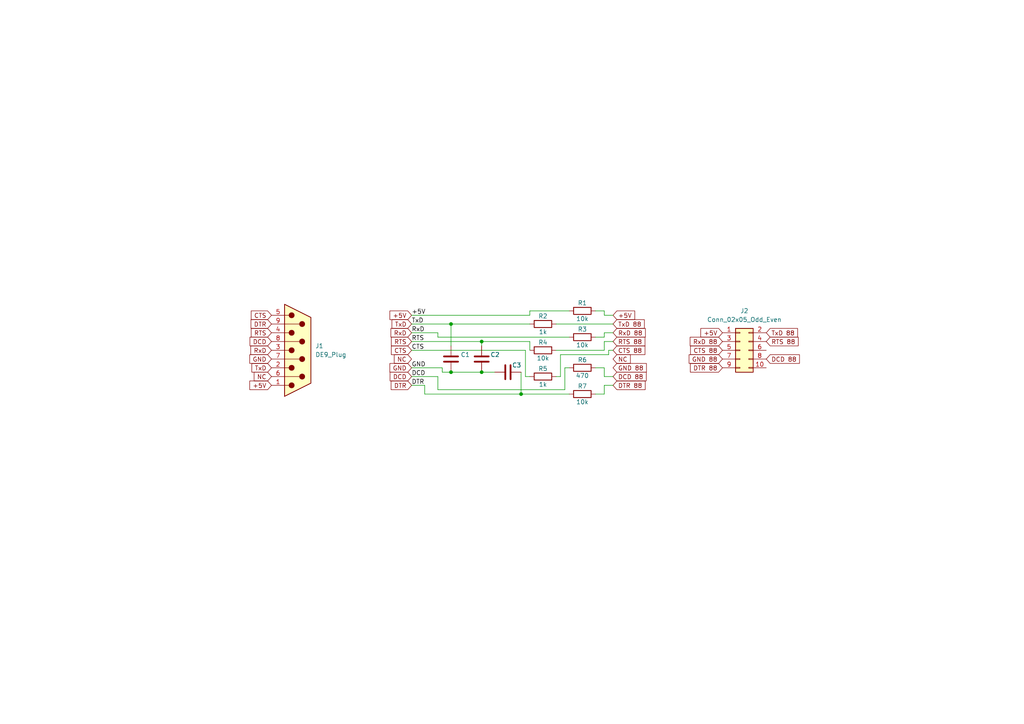
<source format=kicad_sch>
(kicad_sch
	(version 20231120)
	(generator "eeschema")
	(generator_version "8.0")
	(uuid "d3f4428d-f7f2-4d1f-9812-5f0dacc7ea26")
	(paper "A4")
	(lib_symbols
		(symbol "Connector:DE9_Plug"
			(pin_names
				(offset 1.016) hide)
			(exclude_from_sim no)
			(in_bom yes)
			(on_board yes)
			(property "Reference" "J"
				(at 0 13.97 0)
				(effects
					(font
						(size 1.27 1.27)
					)
				)
			)
			(property "Value" "DE9_Plug"
				(at 0 -14.605 0)
				(effects
					(font
						(size 1.27 1.27)
					)
				)
			)
			(property "Footprint" ""
				(at 0 0 0)
				(effects
					(font
						(size 1.27 1.27)
					)
					(hide yes)
				)
			)
			(property "Datasheet" "~"
				(at 0 0 0)
				(effects
					(font
						(size 1.27 1.27)
					)
					(hide yes)
				)
			)
			(property "Description" "9-pin male plug pin D-SUB connector"
				(at 0 0 0)
				(effects
					(font
						(size 1.27 1.27)
					)
					(hide yes)
				)
			)
			(property "ki_keywords" "connector male plug D-SUB DB9"
				(at 0 0 0)
				(effects
					(font
						(size 1.27 1.27)
					)
					(hide yes)
				)
			)
			(property "ki_fp_filters" "DSUB*Male*"
				(at 0 0 0)
				(effects
					(font
						(size 1.27 1.27)
					)
					(hide yes)
				)
			)
			(symbol "DE9_Plug_0_1"
				(circle
					(center -1.778 -10.16)
					(radius 0.762)
					(stroke
						(width 0)
						(type default)
					)
					(fill
						(type outline)
					)
				)
				(circle
					(center -1.778 -5.08)
					(radius 0.762)
					(stroke
						(width 0)
						(type default)
					)
					(fill
						(type outline)
					)
				)
				(circle
					(center -1.778 0)
					(radius 0.762)
					(stroke
						(width 0)
						(type default)
					)
					(fill
						(type outline)
					)
				)
				(circle
					(center -1.778 5.08)
					(radius 0.762)
					(stroke
						(width 0)
						(type default)
					)
					(fill
						(type outline)
					)
				)
				(circle
					(center -1.778 10.16)
					(radius 0.762)
					(stroke
						(width 0)
						(type default)
					)
					(fill
						(type outline)
					)
				)
				(polyline
					(pts
						(xy -3.81 -10.16) (xy -2.54 -10.16)
					)
					(stroke
						(width 0)
						(type default)
					)
					(fill
						(type none)
					)
				)
				(polyline
					(pts
						(xy -3.81 -7.62) (xy 0.508 -7.62)
					)
					(stroke
						(width 0)
						(type default)
					)
					(fill
						(type none)
					)
				)
				(polyline
					(pts
						(xy -3.81 -5.08) (xy -2.54 -5.08)
					)
					(stroke
						(width 0)
						(type default)
					)
					(fill
						(type none)
					)
				)
				(polyline
					(pts
						(xy -3.81 -2.54) (xy 0.508 -2.54)
					)
					(stroke
						(width 0)
						(type default)
					)
					(fill
						(type none)
					)
				)
				(polyline
					(pts
						(xy -3.81 0) (xy -2.54 0)
					)
					(stroke
						(width 0)
						(type default)
					)
					(fill
						(type none)
					)
				)
				(polyline
					(pts
						(xy -3.81 2.54) (xy 0.508 2.54)
					)
					(stroke
						(width 0)
						(type default)
					)
					(fill
						(type none)
					)
				)
				(polyline
					(pts
						(xy -3.81 5.08) (xy -2.54 5.08)
					)
					(stroke
						(width 0)
						(type default)
					)
					(fill
						(type none)
					)
				)
				(polyline
					(pts
						(xy -3.81 7.62) (xy 0.508 7.62)
					)
					(stroke
						(width 0)
						(type default)
					)
					(fill
						(type none)
					)
				)
				(polyline
					(pts
						(xy -3.81 10.16) (xy -2.54 10.16)
					)
					(stroke
						(width 0)
						(type default)
					)
					(fill
						(type none)
					)
				)
				(polyline
					(pts
						(xy -3.81 -13.335) (xy -3.81 13.335) (xy 3.81 9.525) (xy 3.81 -9.525) (xy -3.81 -13.335)
					)
					(stroke
						(width 0.254)
						(type default)
					)
					(fill
						(type background)
					)
				)
				(circle
					(center 1.27 -7.62)
					(radius 0.762)
					(stroke
						(width 0)
						(type default)
					)
					(fill
						(type outline)
					)
				)
				(circle
					(center 1.27 -2.54)
					(radius 0.762)
					(stroke
						(width 0)
						(type default)
					)
					(fill
						(type outline)
					)
				)
				(circle
					(center 1.27 2.54)
					(radius 0.762)
					(stroke
						(width 0)
						(type default)
					)
					(fill
						(type outline)
					)
				)
				(circle
					(center 1.27 7.62)
					(radius 0.762)
					(stroke
						(width 0)
						(type default)
					)
					(fill
						(type outline)
					)
				)
			)
			(symbol "DE9_Plug_1_1"
				(pin passive line
					(at -7.62 -10.16 0)
					(length 3.81)
					(name "1"
						(effects
							(font
								(size 1.27 1.27)
							)
						)
					)
					(number "1"
						(effects
							(font
								(size 1.27 1.27)
							)
						)
					)
				)
				(pin passive line
					(at -7.62 -5.08 0)
					(length 3.81)
					(name "2"
						(effects
							(font
								(size 1.27 1.27)
							)
						)
					)
					(number "2"
						(effects
							(font
								(size 1.27 1.27)
							)
						)
					)
				)
				(pin passive line
					(at -7.62 0 0)
					(length 3.81)
					(name "3"
						(effects
							(font
								(size 1.27 1.27)
							)
						)
					)
					(number "3"
						(effects
							(font
								(size 1.27 1.27)
							)
						)
					)
				)
				(pin passive line
					(at -7.62 5.08 0)
					(length 3.81)
					(name "4"
						(effects
							(font
								(size 1.27 1.27)
							)
						)
					)
					(number "4"
						(effects
							(font
								(size 1.27 1.27)
							)
						)
					)
				)
				(pin passive line
					(at -7.62 10.16 0)
					(length 3.81)
					(name "5"
						(effects
							(font
								(size 1.27 1.27)
							)
						)
					)
					(number "5"
						(effects
							(font
								(size 1.27 1.27)
							)
						)
					)
				)
				(pin passive line
					(at -7.62 -7.62 0)
					(length 3.81)
					(name "6"
						(effects
							(font
								(size 1.27 1.27)
							)
						)
					)
					(number "6"
						(effects
							(font
								(size 1.27 1.27)
							)
						)
					)
				)
				(pin passive line
					(at -7.62 -2.54 0)
					(length 3.81)
					(name "7"
						(effects
							(font
								(size 1.27 1.27)
							)
						)
					)
					(number "7"
						(effects
							(font
								(size 1.27 1.27)
							)
						)
					)
				)
				(pin passive line
					(at -7.62 2.54 0)
					(length 3.81)
					(name "8"
						(effects
							(font
								(size 1.27 1.27)
							)
						)
					)
					(number "8"
						(effects
							(font
								(size 1.27 1.27)
							)
						)
					)
				)
				(pin passive line
					(at -7.62 7.62 0)
					(length 3.81)
					(name "9"
						(effects
							(font
								(size 1.27 1.27)
							)
						)
					)
					(number "9"
						(effects
							(font
								(size 1.27 1.27)
							)
						)
					)
				)
			)
		)
		(symbol "Connector_Generic:Conn_02x05_Odd_Even"
			(pin_names
				(offset 1.016) hide)
			(exclude_from_sim no)
			(in_bom yes)
			(on_board yes)
			(property "Reference" "J"
				(at 1.27 7.62 0)
				(effects
					(font
						(size 1.27 1.27)
					)
				)
			)
			(property "Value" "Conn_02x05_Odd_Even"
				(at 1.27 -7.62 0)
				(effects
					(font
						(size 1.27 1.27)
					)
				)
			)
			(property "Footprint" ""
				(at 0 0 0)
				(effects
					(font
						(size 1.27 1.27)
					)
					(hide yes)
				)
			)
			(property "Datasheet" "~"
				(at 0 0 0)
				(effects
					(font
						(size 1.27 1.27)
					)
					(hide yes)
				)
			)
			(property "Description" "Generic connector, double row, 02x05, odd/even pin numbering scheme (row 1 odd numbers, row 2 even numbers), script generated (kicad-library-utils/schlib/autogen/connector/)"
				(at 0 0 0)
				(effects
					(font
						(size 1.27 1.27)
					)
					(hide yes)
				)
			)
			(property "ki_keywords" "connector"
				(at 0 0 0)
				(effects
					(font
						(size 1.27 1.27)
					)
					(hide yes)
				)
			)
			(property "ki_fp_filters" "Connector*:*_2x??_*"
				(at 0 0 0)
				(effects
					(font
						(size 1.27 1.27)
					)
					(hide yes)
				)
			)
			(symbol "Conn_02x05_Odd_Even_1_1"
				(rectangle
					(start -1.27 -4.953)
					(end 0 -5.207)
					(stroke
						(width 0.1524)
						(type default)
					)
					(fill
						(type none)
					)
				)
				(rectangle
					(start -1.27 -2.413)
					(end 0 -2.667)
					(stroke
						(width 0.1524)
						(type default)
					)
					(fill
						(type none)
					)
				)
				(rectangle
					(start -1.27 0.127)
					(end 0 -0.127)
					(stroke
						(width 0.1524)
						(type default)
					)
					(fill
						(type none)
					)
				)
				(rectangle
					(start -1.27 2.667)
					(end 0 2.413)
					(stroke
						(width 0.1524)
						(type default)
					)
					(fill
						(type none)
					)
				)
				(rectangle
					(start -1.27 5.207)
					(end 0 4.953)
					(stroke
						(width 0.1524)
						(type default)
					)
					(fill
						(type none)
					)
				)
				(rectangle
					(start -1.27 6.35)
					(end 3.81 -6.35)
					(stroke
						(width 0.254)
						(type default)
					)
					(fill
						(type background)
					)
				)
				(rectangle
					(start 3.81 -4.953)
					(end 2.54 -5.207)
					(stroke
						(width 0.1524)
						(type default)
					)
					(fill
						(type none)
					)
				)
				(rectangle
					(start 3.81 -2.413)
					(end 2.54 -2.667)
					(stroke
						(width 0.1524)
						(type default)
					)
					(fill
						(type none)
					)
				)
				(rectangle
					(start 3.81 0.127)
					(end 2.54 -0.127)
					(stroke
						(width 0.1524)
						(type default)
					)
					(fill
						(type none)
					)
				)
				(rectangle
					(start 3.81 2.667)
					(end 2.54 2.413)
					(stroke
						(width 0.1524)
						(type default)
					)
					(fill
						(type none)
					)
				)
				(rectangle
					(start 3.81 5.207)
					(end 2.54 4.953)
					(stroke
						(width 0.1524)
						(type default)
					)
					(fill
						(type none)
					)
				)
				(pin passive line
					(at -5.08 5.08 0)
					(length 3.81)
					(name "Pin_1"
						(effects
							(font
								(size 1.27 1.27)
							)
						)
					)
					(number "1"
						(effects
							(font
								(size 1.27 1.27)
							)
						)
					)
				)
				(pin passive line
					(at 7.62 -5.08 180)
					(length 3.81)
					(name "Pin_10"
						(effects
							(font
								(size 1.27 1.27)
							)
						)
					)
					(number "10"
						(effects
							(font
								(size 1.27 1.27)
							)
						)
					)
				)
				(pin passive line
					(at 7.62 5.08 180)
					(length 3.81)
					(name "Pin_2"
						(effects
							(font
								(size 1.27 1.27)
							)
						)
					)
					(number "2"
						(effects
							(font
								(size 1.27 1.27)
							)
						)
					)
				)
				(pin passive line
					(at -5.08 2.54 0)
					(length 3.81)
					(name "Pin_3"
						(effects
							(font
								(size 1.27 1.27)
							)
						)
					)
					(number "3"
						(effects
							(font
								(size 1.27 1.27)
							)
						)
					)
				)
				(pin passive line
					(at 7.62 2.54 180)
					(length 3.81)
					(name "Pin_4"
						(effects
							(font
								(size 1.27 1.27)
							)
						)
					)
					(number "4"
						(effects
							(font
								(size 1.27 1.27)
							)
						)
					)
				)
				(pin passive line
					(at -5.08 0 0)
					(length 3.81)
					(name "Pin_5"
						(effects
							(font
								(size 1.27 1.27)
							)
						)
					)
					(number "5"
						(effects
							(font
								(size 1.27 1.27)
							)
						)
					)
				)
				(pin passive line
					(at 7.62 0 180)
					(length 3.81)
					(name "Pin_6"
						(effects
							(font
								(size 1.27 1.27)
							)
						)
					)
					(number "6"
						(effects
							(font
								(size 1.27 1.27)
							)
						)
					)
				)
				(pin passive line
					(at -5.08 -2.54 0)
					(length 3.81)
					(name "Pin_7"
						(effects
							(font
								(size 1.27 1.27)
							)
						)
					)
					(number "7"
						(effects
							(font
								(size 1.27 1.27)
							)
						)
					)
				)
				(pin passive line
					(at 7.62 -2.54 180)
					(length 3.81)
					(name "Pin_8"
						(effects
							(font
								(size 1.27 1.27)
							)
						)
					)
					(number "8"
						(effects
							(font
								(size 1.27 1.27)
							)
						)
					)
				)
				(pin passive line
					(at -5.08 -5.08 0)
					(length 3.81)
					(name "Pin_9"
						(effects
							(font
								(size 1.27 1.27)
							)
						)
					)
					(number "9"
						(effects
							(font
								(size 1.27 1.27)
							)
						)
					)
				)
			)
		)
		(symbol "Device:C"
			(pin_numbers hide)
			(pin_names
				(offset 0.254)
			)
			(exclude_from_sim no)
			(in_bom yes)
			(on_board yes)
			(property "Reference" "C"
				(at 0.635 2.54 0)
				(effects
					(font
						(size 1.27 1.27)
					)
					(justify left)
				)
			)
			(property "Value" "C"
				(at 0.635 -2.54 0)
				(effects
					(font
						(size 1.27 1.27)
					)
					(justify left)
				)
			)
			(property "Footprint" ""
				(at 0.9652 -3.81 0)
				(effects
					(font
						(size 1.27 1.27)
					)
					(hide yes)
				)
			)
			(property "Datasheet" "~"
				(at 0 0 0)
				(effects
					(font
						(size 1.27 1.27)
					)
					(hide yes)
				)
			)
			(property "Description" "Unpolarized capacitor"
				(at 0 0 0)
				(effects
					(font
						(size 1.27 1.27)
					)
					(hide yes)
				)
			)
			(property "ki_keywords" "cap capacitor"
				(at 0 0 0)
				(effects
					(font
						(size 1.27 1.27)
					)
					(hide yes)
				)
			)
			(property "ki_fp_filters" "C_*"
				(at 0 0 0)
				(effects
					(font
						(size 1.27 1.27)
					)
					(hide yes)
				)
			)
			(symbol "C_0_1"
				(polyline
					(pts
						(xy -2.032 -0.762) (xy 2.032 -0.762)
					)
					(stroke
						(width 0.508)
						(type default)
					)
					(fill
						(type none)
					)
				)
				(polyline
					(pts
						(xy -2.032 0.762) (xy 2.032 0.762)
					)
					(stroke
						(width 0.508)
						(type default)
					)
					(fill
						(type none)
					)
				)
			)
			(symbol "C_1_1"
				(pin passive line
					(at 0 3.81 270)
					(length 2.794)
					(name "~"
						(effects
							(font
								(size 1.27 1.27)
							)
						)
					)
					(number "1"
						(effects
							(font
								(size 1.27 1.27)
							)
						)
					)
				)
				(pin passive line
					(at 0 -3.81 90)
					(length 2.794)
					(name "~"
						(effects
							(font
								(size 1.27 1.27)
							)
						)
					)
					(number "2"
						(effects
							(font
								(size 1.27 1.27)
							)
						)
					)
				)
			)
		)
		(symbol "Device:R"
			(pin_numbers hide)
			(pin_names
				(offset 0)
			)
			(exclude_from_sim no)
			(in_bom yes)
			(on_board yes)
			(property "Reference" "R"
				(at 2.032 0 90)
				(effects
					(font
						(size 1.27 1.27)
					)
				)
			)
			(property "Value" "R"
				(at 0 0 90)
				(effects
					(font
						(size 1.27 1.27)
					)
				)
			)
			(property "Footprint" ""
				(at -1.778 0 90)
				(effects
					(font
						(size 1.27 1.27)
					)
					(hide yes)
				)
			)
			(property "Datasheet" "~"
				(at 0 0 0)
				(effects
					(font
						(size 1.27 1.27)
					)
					(hide yes)
				)
			)
			(property "Description" "Resistor"
				(at 0 0 0)
				(effects
					(font
						(size 1.27 1.27)
					)
					(hide yes)
				)
			)
			(property "ki_keywords" "R res resistor"
				(at 0 0 0)
				(effects
					(font
						(size 1.27 1.27)
					)
					(hide yes)
				)
			)
			(property "ki_fp_filters" "R_*"
				(at 0 0 0)
				(effects
					(font
						(size 1.27 1.27)
					)
					(hide yes)
				)
			)
			(symbol "R_0_1"
				(rectangle
					(start -1.016 -2.54)
					(end 1.016 2.54)
					(stroke
						(width 0.254)
						(type default)
					)
					(fill
						(type none)
					)
				)
			)
			(symbol "R_1_1"
				(pin passive line
					(at 0 3.81 270)
					(length 1.27)
					(name "~"
						(effects
							(font
								(size 1.27 1.27)
							)
						)
					)
					(number "1"
						(effects
							(font
								(size 1.27 1.27)
							)
						)
					)
				)
				(pin passive line
					(at 0 -3.81 90)
					(length 1.27)
					(name "~"
						(effects
							(font
								(size 1.27 1.27)
							)
						)
					)
					(number "2"
						(effects
							(font
								(size 1.27 1.27)
							)
						)
					)
				)
			)
		)
	)
	(junction
		(at 139.7 107.95)
		(diameter 0)
		(color 0 0 0 0)
		(uuid "7a7b1169-4306-45de-88f6-85afa8d35372")
	)
	(junction
		(at 130.81 107.95)
		(diameter 0)
		(color 0 0 0 0)
		(uuid "920df506-5cc7-4280-8ba5-1b2605afd254")
	)
	(junction
		(at 130.81 93.98)
		(diameter 0)
		(color 0 0 0 0)
		(uuid "c732507b-4fae-46ac-86d4-add5f759ea5a")
	)
	(junction
		(at 139.7 99.06)
		(diameter 0)
		(color 0 0 0 0)
		(uuid "cc6a6792-f75f-4b4a-b628-ae8f696dd0be")
	)
	(junction
		(at 151.13 114.3)
		(diameter 0)
		(color 0 0 0 0)
		(uuid "de86cbbb-3307-41b7-a950-3400c5cb60c9")
	)
	(wire
		(pts
			(xy 175.26 109.22) (xy 177.8 109.22)
		)
		(stroke
			(width 0)
			(type default)
		)
		(uuid "0008a701-3ef5-4d63-a773-6f66211fd341")
	)
	(wire
		(pts
			(xy 130.81 107.95) (xy 139.7 107.95)
		)
		(stroke
			(width 0)
			(type default)
		)
		(uuid "047571b8-0676-4fee-a66f-575de9ebcf58")
	)
	(wire
		(pts
			(xy 130.81 93.98) (xy 130.81 100.33)
		)
		(stroke
			(width 0)
			(type default)
		)
		(uuid "0492fe0c-cd60-4fc9-ac94-3763b45ea997")
	)
	(wire
		(pts
			(xy 130.81 107.95) (xy 128.27 107.95)
		)
		(stroke
			(width 0)
			(type default)
		)
		(uuid "0501d84a-1f0c-488f-83df-b79283ae2644")
	)
	(wire
		(pts
			(xy 119.38 99.06) (xy 139.7 99.06)
		)
		(stroke
			(width 0)
			(type default)
		)
		(uuid "075f9f6c-db19-4a41-a237-58719aee328d")
	)
	(wire
		(pts
			(xy 127 109.22) (xy 119.38 109.22)
		)
		(stroke
			(width 0)
			(type default)
		)
		(uuid "093423a0-f53f-4594-af32-d207642763d1")
	)
	(wire
		(pts
			(xy 175.26 91.44) (xy 177.8 91.44)
		)
		(stroke
			(width 0)
			(type default)
		)
		(uuid "09d4d671-79d7-445b-942d-031c8d0bfdcd")
	)
	(wire
		(pts
			(xy 162.56 109.22) (xy 161.29 109.22)
		)
		(stroke
			(width 0)
			(type default)
		)
		(uuid "0d2947a1-ff17-41a4-b538-80ead413c562")
	)
	(wire
		(pts
			(xy 130.81 93.98) (xy 153.67 93.98)
		)
		(stroke
			(width 0)
			(type default)
		)
		(uuid "0dfa35e6-6d68-4361-9372-b05da4048d49")
	)
	(wire
		(pts
			(xy 127 96.52) (xy 119.38 96.52)
		)
		(stroke
			(width 0)
			(type default)
		)
		(uuid "0ff667ad-e4d5-4251-a100-a24ef02d3e13")
	)
	(wire
		(pts
			(xy 162.56 102.87) (xy 162.56 109.22)
		)
		(stroke
			(width 0)
			(type default)
		)
		(uuid "140d5be8-da1e-4c25-bcfe-14d17b227505")
	)
	(wire
		(pts
			(xy 153.67 99.06) (xy 153.67 101.6)
		)
		(stroke
			(width 0)
			(type default)
		)
		(uuid "145692cf-f5f7-4d5e-8cd2-11de30735227")
	)
	(wire
		(pts
			(xy 139.7 107.95) (xy 143.51 107.95)
		)
		(stroke
			(width 0)
			(type default)
		)
		(uuid "18c9d6a9-f637-4ee8-8217-c02451b8f201")
	)
	(wire
		(pts
			(xy 139.7 99.06) (xy 139.7 100.33)
		)
		(stroke
			(width 0)
			(type default)
		)
		(uuid "19561330-d910-45a1-9663-d9c02af13a4b")
	)
	(wire
		(pts
			(xy 175.26 96.52) (xy 177.8 96.52)
		)
		(stroke
			(width 0)
			(type default)
		)
		(uuid "1d3ce319-1bd6-4638-9012-b537bbb87868")
	)
	(wire
		(pts
			(xy 153.67 91.44) (xy 119.38 91.44)
		)
		(stroke
			(width 0)
			(type default)
		)
		(uuid "26f402d3-0cb1-46b0-b1d8-38bd2af17d9d")
	)
	(wire
		(pts
			(xy 176.53 102.87) (xy 176.53 101.6)
		)
		(stroke
			(width 0)
			(type default)
		)
		(uuid "31974947-6c34-4f04-aa20-65804c7d2d73")
	)
	(wire
		(pts
			(xy 128.27 107.95) (xy 128.27 106.68)
		)
		(stroke
			(width 0)
			(type default)
		)
		(uuid "345a3294-036c-4d6f-915b-a40c6caacd6f")
	)
	(wire
		(pts
			(xy 172.72 97.79) (xy 175.26 97.79)
		)
		(stroke
			(width 0)
			(type default)
		)
		(uuid "3a7e08a9-92b9-421a-8803-4ee3a55f79f7")
	)
	(wire
		(pts
			(xy 139.7 99.06) (xy 153.67 99.06)
		)
		(stroke
			(width 0)
			(type default)
		)
		(uuid "3c3af220-ed84-4c9f-a8c8-2853703fa6a1")
	)
	(wire
		(pts
			(xy 175.26 114.3) (xy 175.26 111.76)
		)
		(stroke
			(width 0)
			(type default)
		)
		(uuid "3cc23e4e-525f-4a11-9642-f69dd6b1ce7b")
	)
	(wire
		(pts
			(xy 119.38 93.98) (xy 130.81 93.98)
		)
		(stroke
			(width 0)
			(type default)
		)
		(uuid "3d37cc38-27af-4956-83d6-306a62153664")
	)
	(wire
		(pts
			(xy 153.67 90.17) (xy 165.1 90.17)
		)
		(stroke
			(width 0)
			(type default)
		)
		(uuid "510cb66c-837b-43c7-85f3-50a36cd6d5ca")
	)
	(wire
		(pts
			(xy 172.72 106.68) (xy 175.26 106.68)
		)
		(stroke
			(width 0)
			(type default)
		)
		(uuid "5283e442-e4f6-4c3c-96d3-643341b9a112")
	)
	(wire
		(pts
			(xy 163.83 113.03) (xy 127 113.03)
		)
		(stroke
			(width 0)
			(type default)
		)
		(uuid "5520d54d-bd2d-4c53-9c61-96f73b14ebbf")
	)
	(wire
		(pts
			(xy 127 113.03) (xy 127 109.22)
		)
		(stroke
			(width 0)
			(type default)
		)
		(uuid "611540db-be55-4d62-83e6-bbfd4e1ead79")
	)
	(wire
		(pts
			(xy 127 97.79) (xy 127 96.52)
		)
		(stroke
			(width 0)
			(type default)
		)
		(uuid "690e7552-52ba-43c9-81b6-3a9ff2345251")
	)
	(wire
		(pts
			(xy 161.29 93.98) (xy 177.8 93.98)
		)
		(stroke
			(width 0)
			(type default)
		)
		(uuid "7bfad625-0840-495d-8144-51637e78bb6e")
	)
	(wire
		(pts
			(xy 175.26 99.06) (xy 177.8 99.06)
		)
		(stroke
			(width 0)
			(type default)
		)
		(uuid "7d99e035-dacc-4b0f-8ad5-632f9e569e19")
	)
	(wire
		(pts
			(xy 151.13 114.3) (xy 165.1 114.3)
		)
		(stroke
			(width 0)
			(type default)
		)
		(uuid "7f2ae6ce-c7b7-4592-9720-d7fde2ef7867")
	)
	(wire
		(pts
			(xy 163.83 106.68) (xy 163.83 113.03)
		)
		(stroke
			(width 0)
			(type default)
		)
		(uuid "7f394d7b-3fc1-409b-984e-62f3525fd473")
	)
	(wire
		(pts
			(xy 175.26 101.6) (xy 175.26 99.06)
		)
		(stroke
			(width 0)
			(type default)
		)
		(uuid "829d1cc2-60f1-4611-bf8e-f808bb4c9705")
	)
	(wire
		(pts
			(xy 151.13 107.95) (xy 151.13 114.3)
		)
		(stroke
			(width 0)
			(type default)
		)
		(uuid "8307780c-0a17-409f-a2e4-db1fb88f50dc")
	)
	(wire
		(pts
			(xy 176.53 101.6) (xy 177.8 101.6)
		)
		(stroke
			(width 0)
			(type default)
		)
		(uuid "85bfbed9-a96e-4564-b52e-610ded58ce99")
	)
	(wire
		(pts
			(xy 127 97.79) (xy 165.1 97.79)
		)
		(stroke
			(width 0)
			(type default)
		)
		(uuid "86e09f92-5ae0-42b3-92c8-17eead6243d5")
	)
	(wire
		(pts
			(xy 152.4 109.22) (xy 153.67 109.22)
		)
		(stroke
			(width 0)
			(type default)
		)
		(uuid "8aff538b-fa43-4e8a-bff4-61d54f68d9b4")
	)
	(wire
		(pts
			(xy 128.27 106.68) (xy 119.38 106.68)
		)
		(stroke
			(width 0)
			(type default)
		)
		(uuid "8e987706-10ee-4ca8-a639-e51dcdcec1eb")
	)
	(wire
		(pts
			(xy 163.83 106.68) (xy 165.1 106.68)
		)
		(stroke
			(width 0)
			(type default)
		)
		(uuid "8f5a4751-beda-4a9c-919a-3e39cee68904")
	)
	(wire
		(pts
			(xy 123.19 114.3) (xy 151.13 114.3)
		)
		(stroke
			(width 0)
			(type default)
		)
		(uuid "90b199f5-ec19-4af2-b6f3-2e8900c34021")
	)
	(wire
		(pts
			(xy 123.19 114.3) (xy 123.19 111.76)
		)
		(stroke
			(width 0)
			(type default)
		)
		(uuid "98f692b9-48ea-477c-b0b6-434500026369")
	)
	(wire
		(pts
			(xy 175.26 97.79) (xy 175.26 96.52)
		)
		(stroke
			(width 0)
			(type default)
		)
		(uuid "a00083ef-c816-4457-a1bb-46c18ecaba03")
	)
	(wire
		(pts
			(xy 119.38 101.6) (xy 152.4 101.6)
		)
		(stroke
			(width 0)
			(type default)
		)
		(uuid "a53e5e6c-2ea4-4b0f-a167-76278099b54a")
	)
	(wire
		(pts
			(xy 153.67 91.44) (xy 153.67 90.17)
		)
		(stroke
			(width 0)
			(type default)
		)
		(uuid "b5135715-3084-46fc-933b-554bd09a8420")
	)
	(wire
		(pts
			(xy 175.26 111.76) (xy 177.8 111.76)
		)
		(stroke
			(width 0)
			(type default)
		)
		(uuid "b8376464-e9b7-4f56-8e13-1def2055309d")
	)
	(wire
		(pts
			(xy 172.72 90.17) (xy 175.26 90.17)
		)
		(stroke
			(width 0)
			(type default)
		)
		(uuid "bac37a97-f9ad-4d27-acca-5306a0a5bf43")
	)
	(wire
		(pts
			(xy 162.56 102.87) (xy 176.53 102.87)
		)
		(stroke
			(width 0)
			(type default)
		)
		(uuid "bb6ab4c1-5e73-4b6c-84dc-f98abef5ea1c")
	)
	(wire
		(pts
			(xy 123.19 111.76) (xy 119.38 111.76)
		)
		(stroke
			(width 0)
			(type default)
		)
		(uuid "c1bb7881-85a0-49e4-a38a-95f8a30960c7")
	)
	(wire
		(pts
			(xy 175.26 106.68) (xy 175.26 109.22)
		)
		(stroke
			(width 0)
			(type default)
		)
		(uuid "d1606708-302a-4519-9df0-1bf254192f43")
	)
	(wire
		(pts
			(xy 175.26 90.17) (xy 175.26 91.44)
		)
		(stroke
			(width 0)
			(type default)
		)
		(uuid "d30ffcec-bc3a-4e07-82a5-329ce69b24fa")
	)
	(wire
		(pts
			(xy 175.26 101.6) (xy 161.29 101.6)
		)
		(stroke
			(width 0)
			(type default)
		)
		(uuid "da53124b-212f-47b3-961f-5ccd0bab75da")
	)
	(wire
		(pts
			(xy 152.4 101.6) (xy 152.4 109.22)
		)
		(stroke
			(width 0)
			(type default)
		)
		(uuid "e5dab053-b63a-44ce-8c4d-dd5fb8a983ff")
	)
	(wire
		(pts
			(xy 172.72 114.3) (xy 175.26 114.3)
		)
		(stroke
			(width 0)
			(type default)
		)
		(uuid "ecd52fce-0fbb-4da4-87b9-379e0ca1de03")
	)
	(label "RxD"
		(at 119.38 96.52 0)
		(fields_autoplaced yes)
		(effects
			(font
				(size 1.27 1.27)
			)
			(justify left bottom)
		)
		(uuid "18100641-0616-4aea-8d87-02a99ab8a853")
	)
	(label "DTR"
		(at 119.38 111.76 0)
		(fields_autoplaced yes)
		(effects
			(font
				(size 1.27 1.27)
			)
			(justify left bottom)
		)
		(uuid "374a13c4-f251-4633-ae8c-4023723e47b1")
	)
	(label "GND"
		(at 119.38 106.68 0)
		(fields_autoplaced yes)
		(effects
			(font
				(size 1.27 1.27)
			)
			(justify left bottom)
		)
		(uuid "9695d76c-51b8-4f83-8559-c34cebdf8d8e")
	)
	(label "DCD"
		(at 119.38 109.22 0)
		(fields_autoplaced yes)
		(effects
			(font
				(size 1.27 1.27)
			)
			(justify left bottom)
		)
		(uuid "9d14ae1f-5e55-4ce3-854b-80dd257b18af")
	)
	(label "CTS"
		(at 119.38 101.6 0)
		(fields_autoplaced yes)
		(effects
			(font
				(size 1.27 1.27)
			)
			(justify left bottom)
		)
		(uuid "a8d36ba3-0fe4-46be-9a19-b04e4a9e3d6c")
	)
	(label "TxD"
		(at 119.38 93.98 0)
		(fields_autoplaced yes)
		(effects
			(font
				(size 1.27 1.27)
			)
			(justify left bottom)
		)
		(uuid "b6b7ba29-12c4-457d-98f1-42d7c82bc065")
	)
	(label "RTS"
		(at 119.38 99.06 0)
		(fields_autoplaced yes)
		(effects
			(font
				(size 1.27 1.27)
			)
			(justify left bottom)
		)
		(uuid "c3e20027-1fc8-432e-91e9-d39ba1e8ecec")
	)
	(label "+5V"
		(at 119.38 91.44 0)
		(fields_autoplaced yes)
		(effects
			(font
				(size 1.27 1.27)
			)
			(justify left bottom)
		)
		(uuid "fba3d9f6-f1ad-4cc4-900a-156c43f09a60")
	)
	(global_label "GND 88"
		(shape input)
		(at 177.8 106.68 0)
		(fields_autoplaced yes)
		(effects
			(font
				(size 1.27 1.27)
			)
			(justify left)
		)
		(uuid "18d35057-d89f-4e8a-a8a3-3abbaff922de")
		(property "Intersheetrefs" "${INTERSHEET_REFS}"
			(at 188.0423 106.68 0)
			(effects
				(font
					(size 1.27 1.27)
				)
				(justify left)
				(hide yes)
			)
		)
	)
	(global_label "+5V"
		(shape input)
		(at 177.8 91.44 0)
		(fields_autoplaced yes)
		(effects
			(font
				(size 1.27 1.27)
			)
			(justify left)
		)
		(uuid "1aa889ec-2ef5-4000-9755-bc9622433f45")
		(property "Intersheetrefs" "${INTERSHEET_REFS}"
			(at 184.6557 91.44 0)
			(effects
				(font
					(size 1.27 1.27)
				)
				(justify left)
				(hide yes)
			)
		)
	)
	(global_label "NC"
		(shape input)
		(at 78.74 109.22 180)
		(fields_autoplaced yes)
		(effects
			(font
				(size 1.27 1.27)
			)
			(justify right)
		)
		(uuid "1f496f12-36cb-45b5-87d4-2dcc838beb57")
		(property "Intersheetrefs" "${INTERSHEET_REFS}"
			(at 73.1543 109.22 0)
			(effects
				(font
					(size 1.27 1.27)
				)
				(justify right)
				(hide yes)
			)
		)
	)
	(global_label "RxD"
		(shape input)
		(at 119.38 96.52 180)
		(fields_autoplaced yes)
		(effects
			(font
				(size 1.27 1.27)
			)
			(justify right)
		)
		(uuid "1f630353-e42b-4d21-9a64-5d26e47a2b98")
		(property "Intersheetrefs" "${INTERSHEET_REFS}"
			(at 112.8267 96.52 0)
			(effects
				(font
					(size 1.27 1.27)
				)
				(justify right)
				(hide yes)
			)
		)
	)
	(global_label "RTS 88"
		(shape input)
		(at 222.25 99.06 0)
		(fields_autoplaced yes)
		(effects
			(font
				(size 1.27 1.27)
			)
			(justify left)
		)
		(uuid "2440865e-7f70-4d10-9ab7-04bde9504f9e")
		(property "Intersheetrefs" "${INTERSHEET_REFS}"
			(at 232.0689 99.06 0)
			(effects
				(font
					(size 1.27 1.27)
				)
				(justify left)
				(hide yes)
			)
		)
	)
	(global_label "TxD"
		(shape input)
		(at 119.38 93.98 180)
		(fields_autoplaced yes)
		(effects
			(font
				(size 1.27 1.27)
			)
			(justify right)
		)
		(uuid "321dbc2e-d624-4ad9-a5a5-120a80fee21d")
		(property "Intersheetrefs" "${INTERSHEET_REFS}"
			(at 113.1291 93.98 0)
			(effects
				(font
					(size 1.27 1.27)
				)
				(justify right)
				(hide yes)
			)
		)
	)
	(global_label "TxD 88"
		(shape input)
		(at 222.25 96.52 0)
		(fields_autoplaced yes)
		(effects
			(font
				(size 1.27 1.27)
			)
			(justify left)
		)
		(uuid "34593d47-b3ae-4f8f-9c39-8726e20c3d62")
		(property "Intersheetrefs" "${INTERSHEET_REFS}"
			(at 231.8875 96.52 0)
			(effects
				(font
					(size 1.27 1.27)
				)
				(justify left)
				(hide yes)
			)
		)
	)
	(global_label "NC"
		(shape input)
		(at 177.8 104.14 0)
		(fields_autoplaced yes)
		(effects
			(font
				(size 1.27 1.27)
			)
			(justify left)
		)
		(uuid "35f972d1-e150-4c9c-a231-18be7c1bfde9")
		(property "Intersheetrefs" "${INTERSHEET_REFS}"
			(at 183.3857 104.14 0)
			(effects
				(font
					(size 1.27 1.27)
				)
				(justify left)
				(hide yes)
			)
		)
	)
	(global_label "RxD"
		(shape input)
		(at 78.74 101.6 180)
		(fields_autoplaced yes)
		(effects
			(font
				(size 1.27 1.27)
			)
			(justify right)
		)
		(uuid "3fde3b6d-64d4-4ebe-a50e-58c1c5272083")
		(property "Intersheetrefs" "${INTERSHEET_REFS}"
			(at 72.1867 101.6 0)
			(effects
				(font
					(size 1.27 1.27)
				)
				(justify right)
				(hide yes)
			)
		)
	)
	(global_label "RTS"
		(shape input)
		(at 78.74 96.52 180)
		(fields_autoplaced yes)
		(effects
			(font
				(size 1.27 1.27)
			)
			(justify right)
		)
		(uuid "46cc98ae-f67b-4350-bd30-2cd0c63963f9")
		(property "Intersheetrefs" "${INTERSHEET_REFS}"
			(at 72.3077 96.52 0)
			(effects
				(font
					(size 1.27 1.27)
				)
				(justify right)
				(hide yes)
			)
		)
	)
	(global_label "DCD 88"
		(shape input)
		(at 177.8 109.22 0)
		(fields_autoplaced yes)
		(effects
			(font
				(size 1.27 1.27)
			)
			(justify left)
		)
		(uuid "512367fc-fb73-4ee2-b1a5-7d8b8bea30f6")
		(property "Intersheetrefs" "${INTERSHEET_REFS}"
			(at 187.9818 109.22 0)
			(effects
				(font
					(size 1.27 1.27)
				)
				(justify left)
				(hide yes)
			)
		)
	)
	(global_label "+5V"
		(shape input)
		(at 78.74 111.76 180)
		(fields_autoplaced yes)
		(effects
			(font
				(size 1.27 1.27)
			)
			(justify right)
		)
		(uuid "5173e03f-eb1f-4776-b9fe-3284a8946fb5")
		(property "Intersheetrefs" "${INTERSHEET_REFS}"
			(at 71.8843 111.76 0)
			(effects
				(font
					(size 1.27 1.27)
				)
				(justify right)
				(hide yes)
			)
		)
	)
	(global_label "GND"
		(shape input)
		(at 78.74 104.14 180)
		(fields_autoplaced yes)
		(effects
			(font
				(size 1.27 1.27)
			)
			(justify right)
		)
		(uuid "5459ea06-1bab-4cec-9298-537ec4147444")
		(property "Intersheetrefs" "${INTERSHEET_REFS}"
			(at 71.8843 104.14 0)
			(effects
				(font
					(size 1.27 1.27)
				)
				(justify right)
				(hide yes)
			)
		)
	)
	(global_label "GND"
		(shape input)
		(at 119.38 106.68 180)
		(fields_autoplaced yes)
		(effects
			(font
				(size 1.27 1.27)
			)
			(justify right)
		)
		(uuid "5e9257e9-64e2-4801-8213-d464acce46ca")
		(property "Intersheetrefs" "${INTERSHEET_REFS}"
			(at 112.5243 106.68 0)
			(effects
				(font
					(size 1.27 1.27)
				)
				(justify right)
				(hide yes)
			)
		)
	)
	(global_label "+5V"
		(shape input)
		(at 209.55 96.52 180)
		(fields_autoplaced yes)
		(effects
			(font
				(size 1.27 1.27)
			)
			(justify right)
		)
		(uuid "5f26d2ba-dd13-4cb0-a9ed-a3f4818a2969")
		(property "Intersheetrefs" "${INTERSHEET_REFS}"
			(at 202.6943 96.52 0)
			(effects
				(font
					(size 1.27 1.27)
				)
				(justify right)
				(hide yes)
			)
		)
	)
	(global_label "RTS 88"
		(shape input)
		(at 177.8 99.06 0)
		(fields_autoplaced yes)
		(effects
			(font
				(size 1.27 1.27)
			)
			(justify left)
		)
		(uuid "63243a2e-0e50-4fe7-a8b6-1e78a3b5a95a")
		(property "Intersheetrefs" "${INTERSHEET_REFS}"
			(at 187.6189 99.06 0)
			(effects
				(font
					(size 1.27 1.27)
				)
				(justify left)
				(hide yes)
			)
		)
	)
	(global_label "TxD 88"
		(shape input)
		(at 177.8 93.98 0)
		(fields_autoplaced yes)
		(effects
			(font
				(size 1.27 1.27)
			)
			(justify left)
		)
		(uuid "65924512-cb40-4468-966c-6b8383d484f2")
		(property "Intersheetrefs" "${INTERSHEET_REFS}"
			(at 187.4375 93.98 0)
			(effects
				(font
					(size 1.27 1.27)
				)
				(justify left)
				(hide yes)
			)
		)
	)
	(global_label "DCD"
		(shape input)
		(at 78.74 99.06 180)
		(fields_autoplaced yes)
		(effects
			(font
				(size 1.27 1.27)
			)
			(justify right)
		)
		(uuid "6ba5d3db-8973-4e1a-ac7d-06d1147b8689")
		(property "Intersheetrefs" "${INTERSHEET_REFS}"
			(at 71.9448 99.06 0)
			(effects
				(font
					(size 1.27 1.27)
				)
				(justify right)
				(hide yes)
			)
		)
	)
	(global_label "DTR"
		(shape input)
		(at 78.74 93.98 180)
		(fields_autoplaced yes)
		(effects
			(font
				(size 1.27 1.27)
			)
			(justify right)
		)
		(uuid "717fba3d-3f99-44f3-a898-5cf869650ffe")
		(property "Intersheetrefs" "${INTERSHEET_REFS}"
			(at 72.2472 93.98 0)
			(effects
				(font
					(size 1.27 1.27)
				)
				(justify right)
				(hide yes)
			)
		)
	)
	(global_label "+5V"
		(shape input)
		(at 119.38 91.44 180)
		(fields_autoplaced yes)
		(effects
			(font
				(size 1.27 1.27)
			)
			(justify right)
		)
		(uuid "791db883-d38a-4660-97bc-bca3a2ca7711")
		(property "Intersheetrefs" "${INTERSHEET_REFS}"
			(at 112.5243 91.44 0)
			(effects
				(font
					(size 1.27 1.27)
				)
				(justify right)
				(hide yes)
			)
		)
	)
	(global_label "GND 88"
		(shape input)
		(at 209.55 104.14 180)
		(fields_autoplaced yes)
		(effects
			(font
				(size 1.27 1.27)
			)
			(justify right)
		)
		(uuid "928f35d3-9cf2-4f18-b181-00cba49ea566")
		(property "Intersheetrefs" "${INTERSHEET_REFS}"
			(at 199.3077 104.14 0)
			(effects
				(font
					(size 1.27 1.27)
				)
				(justify right)
				(hide yes)
			)
		)
	)
	(global_label "DCD 88"
		(shape input)
		(at 222.25 104.14 0)
		(fields_autoplaced yes)
		(effects
			(font
				(size 1.27 1.27)
			)
			(justify left)
		)
		(uuid "93ab60b1-729e-4c33-bac4-bf4aff97aef7")
		(property "Intersheetrefs" "${INTERSHEET_REFS}"
			(at 232.4318 104.14 0)
			(effects
				(font
					(size 1.27 1.27)
				)
				(justify left)
				(hide yes)
			)
		)
	)
	(global_label "DCD"
		(shape input)
		(at 119.38 109.22 180)
		(fields_autoplaced yes)
		(effects
			(font
				(size 1.27 1.27)
			)
			(justify right)
		)
		(uuid "a78f7a94-8e9a-48d9-a561-70173a645b09")
		(property "Intersheetrefs" "${INTERSHEET_REFS}"
			(at 112.5848 109.22 0)
			(effects
				(font
					(size 1.27 1.27)
				)
				(justify right)
				(hide yes)
			)
		)
	)
	(global_label "RTS"
		(shape input)
		(at 119.38 99.06 180)
		(fields_autoplaced yes)
		(effects
			(font
				(size 1.27 1.27)
			)
			(justify right)
		)
		(uuid "aa7dd689-6897-43c5-a232-f41b51daa1f8")
		(property "Intersheetrefs" "${INTERSHEET_REFS}"
			(at 112.9477 99.06 0)
			(effects
				(font
					(size 1.27 1.27)
				)
				(justify right)
				(hide yes)
			)
		)
	)
	(global_label "DTR 88"
		(shape input)
		(at 177.8 111.76 0)
		(fields_autoplaced yes)
		(effects
			(font
				(size 1.27 1.27)
			)
			(justify left)
		)
		(uuid "b57fc563-5ebe-4064-9b86-bb6dfeff6978")
		(property "Intersheetrefs" "${INTERSHEET_REFS}"
			(at 187.6794 111.76 0)
			(effects
				(font
					(size 1.27 1.27)
				)
				(justify left)
				(hide yes)
			)
		)
	)
	(global_label "CTS"
		(shape input)
		(at 119.38 101.6 180)
		(fields_autoplaced yes)
		(effects
			(font
				(size 1.27 1.27)
			)
			(justify right)
		)
		(uuid "bf96146d-c710-4dbe-992d-d37bbe85fa7a")
		(property "Intersheetrefs" "${INTERSHEET_REFS}"
			(at 112.9477 101.6 0)
			(effects
				(font
					(size 1.27 1.27)
				)
				(justify right)
				(hide yes)
			)
		)
	)
	(global_label "CTS 88"
		(shape input)
		(at 177.8 101.6 0)
		(fields_autoplaced yes)
		(effects
			(font
				(size 1.27 1.27)
			)
			(justify left)
		)
		(uuid "c77c3681-8970-41b3-8bcb-abaabb97daa0")
		(property "Intersheetrefs" "${INTERSHEET_REFS}"
			(at 187.6189 101.6 0)
			(effects
				(font
					(size 1.27 1.27)
				)
				(justify left)
				(hide yes)
			)
		)
	)
	(global_label "RxD 88"
		(shape input)
		(at 209.55 99.06 180)
		(fields_autoplaced yes)
		(effects
			(font
				(size 1.27 1.27)
			)
			(justify right)
		)
		(uuid "ca137769-e0ee-4fe5-91d0-67419e419441")
		(property "Intersheetrefs" "${INTERSHEET_REFS}"
			(at 199.6101 99.06 0)
			(effects
				(font
					(size 1.27 1.27)
				)
				(justify right)
				(hide yes)
			)
		)
	)
	(global_label "DTR"
		(shape input)
		(at 119.38 111.76 180)
		(fields_autoplaced yes)
		(effects
			(font
				(size 1.27 1.27)
			)
			(justify right)
		)
		(uuid "e1eb3f12-d613-43d5-b595-f8540ee82b5e")
		(property "Intersheetrefs" "${INTERSHEET_REFS}"
			(at 112.8872 111.76 0)
			(effects
				(font
					(size 1.27 1.27)
				)
				(justify right)
				(hide yes)
			)
		)
	)
	(global_label "CTS 88"
		(shape input)
		(at 209.55 101.6 180)
		(fields_autoplaced yes)
		(effects
			(font
				(size 1.27 1.27)
			)
			(justify right)
		)
		(uuid "ee66223f-ed31-4316-b00c-ac9a48be630f")
		(property "Intersheetrefs" "${INTERSHEET_REFS}"
			(at 199.7311 101.6 0)
			(effects
				(font
					(size 1.27 1.27)
				)
				(justify right)
				(hide yes)
			)
		)
	)
	(global_label "TxD"
		(shape input)
		(at 78.74 106.68 180)
		(fields_autoplaced yes)
		(effects
			(font
				(size 1.27 1.27)
			)
			(justify right)
		)
		(uuid "ee7159f5-3f1f-419f-893f-e9577b5711f2")
		(property "Intersheetrefs" "${INTERSHEET_REFS}"
			(at 72.4891 106.68 0)
			(effects
				(font
					(size 1.27 1.27)
				)
				(justify right)
				(hide yes)
			)
		)
	)
	(global_label "NC"
		(shape input)
		(at 119.38 104.14 180)
		(fields_autoplaced yes)
		(effects
			(font
				(size 1.27 1.27)
			)
			(justify right)
		)
		(uuid "f473591d-fad6-457e-9632-196717cfa0eb")
		(property "Intersheetrefs" "${INTERSHEET_REFS}"
			(at 113.7943 104.14 0)
			(effects
				(font
					(size 1.27 1.27)
				)
				(justify right)
				(hide yes)
			)
		)
	)
	(global_label "DTR 88"
		(shape input)
		(at 209.55 106.68 180)
		(fields_autoplaced yes)
		(effects
			(font
				(size 1.27 1.27)
			)
			(justify right)
		)
		(uuid "f5068176-01d0-4305-9592-f70a65685066")
		(property "Intersheetrefs" "${INTERSHEET_REFS}"
			(at 199.6706 106.68 0)
			(effects
				(font
					(size 1.27 1.27)
				)
				(justify right)
				(hide yes)
			)
		)
	)
	(global_label "RxD 88"
		(shape input)
		(at 177.8 96.52 0)
		(fields_autoplaced yes)
		(effects
			(font
				(size 1.27 1.27)
			)
			(justify left)
		)
		(uuid "f8934be7-bfda-46d2-8f57-d9aa293766c4")
		(property "Intersheetrefs" "${INTERSHEET_REFS}"
			(at 187.7399 96.52 0)
			(effects
				(font
					(size 1.27 1.27)
				)
				(justify left)
				(hide yes)
			)
		)
	)
	(global_label "CTS"
		(shape input)
		(at 78.74 91.44 180)
		(fields_autoplaced yes)
		(effects
			(font
				(size 1.27 1.27)
			)
			(justify right)
		)
		(uuid "f98e04be-6c0e-43e5-966f-eb0ad8840184")
		(property "Intersheetrefs" "${INTERSHEET_REFS}"
			(at 72.3077 91.44 0)
			(effects
				(font
					(size 1.27 1.27)
				)
				(justify right)
				(hide yes)
			)
		)
	)
	(symbol
		(lib_id "Device:C")
		(at 139.7 104.14 0)
		(unit 1)
		(exclude_from_sim no)
		(in_bom yes)
		(on_board yes)
		(dnp no)
		(uuid "213b55ae-a22b-43ae-a67a-470dfe0be644")
		(property "Reference" "C2"
			(at 142.24 102.87 0)
			(effects
				(font
					(size 1.27 1.27)
				)
				(justify left)
			)
		)
		(property "Value" "C"
			(at 143.51 105.4099 0)
			(effects
				(font
					(size 1.27 1.27)
				)
				(justify left)
				(hide yes)
			)
		)
		(property "Footprint" "Capacitor_SMD:C_0603_1608Metric_Pad1.08x0.95mm_HandSolder"
			(at 140.6652 107.95 0)
			(effects
				(font
					(size 1.27 1.27)
				)
				(hide yes)
			)
		)
		(property "Datasheet" "~"
			(at 139.7 104.14 0)
			(effects
				(font
					(size 1.27 1.27)
				)
				(hide yes)
			)
		)
		(property "Description" "Unpolarized capacitor"
			(at 139.7 104.14 0)
			(effects
				(font
					(size 1.27 1.27)
				)
				(hide yes)
			)
		)
		(pin "1"
			(uuid "537fef40-c6c3-42ad-9997-b2b9e02574e9")
		)
		(pin "2"
			(uuid "53fb6ebf-7adf-452f-ab8c-d8e5f48ce646")
		)
		(instances
			(project ""
				(path "/d3f4428d-f7f2-4d1f-9812-5f0dacc7ea26"
					(reference "C2")
					(unit 1)
				)
			)
		)
	)
	(symbol
		(lib_id "Device:R")
		(at 157.48 93.98 90)
		(unit 1)
		(exclude_from_sim no)
		(in_bom yes)
		(on_board yes)
		(dnp no)
		(uuid "312c57d6-66de-436d-a0e2-9c4b0f3571f0")
		(property "Reference" "R2"
			(at 157.48 91.694 90)
			(effects
				(font
					(size 1.27 1.27)
				)
			)
		)
		(property "Value" "1k"
			(at 157.48 96.266 90)
			(effects
				(font
					(size 1.27 1.27)
				)
			)
		)
		(property "Footprint" "Resistor_SMD:R_0603_1608Metric_Pad0.98x0.95mm_HandSolder"
			(at 157.48 95.758 90)
			(effects
				(font
					(size 1.27 1.27)
				)
				(hide yes)
			)
		)
		(property "Datasheet" "~"
			(at 157.48 93.98 0)
			(effects
				(font
					(size 1.27 1.27)
				)
				(hide yes)
			)
		)
		(property "Description" "Resistor"
			(at 157.48 93.98 0)
			(effects
				(font
					(size 1.27 1.27)
				)
				(hide yes)
			)
		)
		(pin "2"
			(uuid "58b6db50-fd93-42a7-98d9-9d8d59466ff9")
		)
		(pin "1"
			(uuid "6a1f0142-d668-4f47-8437-079511b2ca28")
		)
		(instances
			(project "Z88 DE-9 board"
				(path "/d3f4428d-f7f2-4d1f-9812-5f0dacc7ea26"
					(reference "R2")
					(unit 1)
				)
			)
		)
	)
	(symbol
		(lib_id "Device:R")
		(at 168.91 97.79 90)
		(unit 1)
		(exclude_from_sim no)
		(in_bom yes)
		(on_board yes)
		(dnp no)
		(uuid "3e10e029-64cc-4b81-a398-196bfa260b8c")
		(property "Reference" "R3"
			(at 168.91 95.504 90)
			(effects
				(font
					(size 1.27 1.27)
				)
			)
		)
		(property "Value" "10k"
			(at 168.91 100.076 90)
			(effects
				(font
					(size 1.27 1.27)
				)
			)
		)
		(property "Footprint" "Resistor_SMD:R_0603_1608Metric_Pad0.98x0.95mm_HandSolder"
			(at 168.91 99.568 90)
			(effects
				(font
					(size 1.27 1.27)
				)
				(hide yes)
			)
		)
		(property "Datasheet" "~"
			(at 168.91 97.79 0)
			(effects
				(font
					(size 1.27 1.27)
				)
				(hide yes)
			)
		)
		(property "Description" "Resistor"
			(at 168.91 97.79 0)
			(effects
				(font
					(size 1.27 1.27)
				)
				(hide yes)
			)
		)
		(pin "2"
			(uuid "911533c2-d314-41e0-8403-c6fe81aad95d")
		)
		(pin "1"
			(uuid "f0f5c0cf-4e9e-488e-ae73-5214aebf3206")
		)
		(instances
			(project "Z88 DE-9 board"
				(path "/d3f4428d-f7f2-4d1f-9812-5f0dacc7ea26"
					(reference "R3")
					(unit 1)
				)
			)
		)
	)
	(symbol
		(lib_id "Device:R")
		(at 157.48 109.22 90)
		(unit 1)
		(exclude_from_sim no)
		(in_bom yes)
		(on_board yes)
		(dnp no)
		(uuid "40fecdb8-942d-40bb-a051-b572b2b4fe38")
		(property "Reference" "R5"
			(at 157.48 106.934 90)
			(effects
				(font
					(size 1.27 1.27)
				)
			)
		)
		(property "Value" "1k"
			(at 157.48 111.506 90)
			(effects
				(font
					(size 1.27 1.27)
				)
			)
		)
		(property "Footprint" "Resistor_SMD:R_0603_1608Metric_Pad0.98x0.95mm_HandSolder"
			(at 157.48 110.998 90)
			(effects
				(font
					(size 1.27 1.27)
				)
				(hide yes)
			)
		)
		(property "Datasheet" "~"
			(at 157.48 109.22 0)
			(effects
				(font
					(size 1.27 1.27)
				)
				(hide yes)
			)
		)
		(property "Description" "Resistor"
			(at 157.48 109.22 0)
			(effects
				(font
					(size 1.27 1.27)
				)
				(hide yes)
			)
		)
		(pin "2"
			(uuid "9f123879-36b8-49f0-861a-824da254df58")
		)
		(pin "1"
			(uuid "e7b57340-43d0-45d2-993a-0e410946fa9f")
		)
		(instances
			(project "Z88 DE-9 board"
				(path "/d3f4428d-f7f2-4d1f-9812-5f0dacc7ea26"
					(reference "R5")
					(unit 1)
				)
			)
		)
	)
	(symbol
		(lib_id "Connector:DE9_Plug")
		(at 86.36 101.6 0)
		(unit 1)
		(exclude_from_sim no)
		(in_bom yes)
		(on_board yes)
		(dnp no)
		(fields_autoplaced yes)
		(uuid "43fec6ac-96a6-4e3a-a918-125b3e46e2d7")
		(property "Reference" "J1"
			(at 91.44 100.3299 0)
			(effects
				(font
					(size 1.27 1.27)
				)
				(justify left)
			)
		)
		(property "Value" "DE9_Plug"
			(at 91.44 102.8699 0)
			(effects
				(font
					(size 1.27 1.27)
				)
				(justify left)
			)
		)
		(property "Footprint" "DE-9:DE-9_Female_Vertical"
			(at 86.36 101.6 0)
			(effects
				(font
					(size 1.27 1.27)
				)
				(hide yes)
			)
		)
		(property "Datasheet" "~"
			(at 86.36 101.6 0)
			(effects
				(font
					(size 1.27 1.27)
				)
				(hide yes)
			)
		)
		(property "Description" "9-pin male plug pin D-SUB connector"
			(at 86.36 101.6 0)
			(effects
				(font
					(size 1.27 1.27)
				)
				(hide yes)
			)
		)
		(pin "2"
			(uuid "98b9717b-bdb9-414d-b872-6c8af9057f65")
		)
		(pin "1"
			(uuid "15d2b4dc-dbe8-4cd6-80c8-870cd1960bb2")
		)
		(pin "6"
			(uuid "e303ccad-8e00-49e6-b6e1-28ce76b3057a")
		)
		(pin "4"
			(uuid "49974ca1-1f1b-4657-b775-82de9407f4f3")
		)
		(pin "9"
			(uuid "66b8234b-0318-4048-93ba-819c2e5c459a")
		)
		(pin "3"
			(uuid "cd27b93c-607e-47a0-b016-bac4e4160204")
		)
		(pin "8"
			(uuid "32b320ef-3edc-41dd-85b0-ab4942901bba")
		)
		(pin "5"
			(uuid "85184376-c54d-4b03-92fc-4aa0da0adbe7")
		)
		(pin "7"
			(uuid "42e4da10-ebab-4695-a780-342617a50011")
		)
		(instances
			(project ""
				(path "/d3f4428d-f7f2-4d1f-9812-5f0dacc7ea26"
					(reference "J1")
					(unit 1)
				)
			)
		)
	)
	(symbol
		(lib_id "Device:R")
		(at 168.91 90.17 90)
		(unit 1)
		(exclude_from_sim no)
		(in_bom yes)
		(on_board yes)
		(dnp no)
		(uuid "6122858e-2a5c-436a-9969-9ae56ae5d532")
		(property "Reference" "R1"
			(at 168.91 87.884 90)
			(effects
				(font
					(size 1.27 1.27)
				)
			)
		)
		(property "Value" "10k"
			(at 168.91 92.456 90)
			(effects
				(font
					(size 1.27 1.27)
				)
			)
		)
		(property "Footprint" "Resistor_SMD:R_0603_1608Metric_Pad0.98x0.95mm_HandSolder"
			(at 168.91 91.948 90)
			(effects
				(font
					(size 1.27 1.27)
				)
				(hide yes)
			)
		)
		(property "Datasheet" "~"
			(at 168.91 90.17 0)
			(effects
				(font
					(size 1.27 1.27)
				)
				(hide yes)
			)
		)
		(property "Description" "Resistor"
			(at 168.91 90.17 0)
			(effects
				(font
					(size 1.27 1.27)
				)
				(hide yes)
			)
		)
		(pin "2"
			(uuid "9fa28ad9-c207-467c-b3c7-9f091f6f39cb")
		)
		(pin "1"
			(uuid "ea186712-31ea-4d1b-9533-59d7559c4771")
		)
		(instances
			(project "Z88 DE-9 board"
				(path "/d3f4428d-f7f2-4d1f-9812-5f0dacc7ea26"
					(reference "R1")
					(unit 1)
				)
			)
		)
	)
	(symbol
		(lib_id "Device:C")
		(at 147.32 107.95 90)
		(unit 1)
		(exclude_from_sim no)
		(in_bom yes)
		(on_board yes)
		(dnp no)
		(uuid "7fcd993d-7269-4733-964e-2ad43eba4f4a")
		(property "Reference" "C3"
			(at 149.86 105.918 90)
			(effects
				(font
					(size 1.27 1.27)
				)
			)
		)
		(property "Value" "C"
			(at 147.32 102.87 90)
			(effects
				(font
					(size 1.27 1.27)
				)
				(hide yes)
			)
		)
		(property "Footprint" "Capacitor_SMD:C_0603_1608Metric_Pad1.08x0.95mm_HandSolder"
			(at 151.13 106.9848 0)
			(effects
				(font
					(size 1.27 1.27)
				)
				(hide yes)
			)
		)
		(property "Datasheet" "~"
			(at 147.32 107.95 0)
			(effects
				(font
					(size 1.27 1.27)
				)
				(hide yes)
			)
		)
		(property "Description" "Unpolarized capacitor"
			(at 147.32 107.95 0)
			(effects
				(font
					(size 1.27 1.27)
				)
				(hide yes)
			)
		)
		(pin "2"
			(uuid "036420e1-cbb2-4699-9f7c-d7c4e14746ec")
		)
		(pin "1"
			(uuid "088829e0-332d-4403-98ca-c597c22a93e1")
		)
		(instances
			(project ""
				(path "/d3f4428d-f7f2-4d1f-9812-5f0dacc7ea26"
					(reference "C3")
					(unit 1)
				)
			)
		)
	)
	(symbol
		(lib_id "Device:R")
		(at 168.91 114.3 90)
		(unit 1)
		(exclude_from_sim no)
		(in_bom yes)
		(on_board yes)
		(dnp no)
		(uuid "82ad7f86-a000-446e-aadf-d87298f42aa1")
		(property "Reference" "R7"
			(at 168.91 112.014 90)
			(effects
				(font
					(size 1.27 1.27)
				)
			)
		)
		(property "Value" "10k"
			(at 168.91 116.586 90)
			(effects
				(font
					(size 1.27 1.27)
				)
			)
		)
		(property "Footprint" "Resistor_SMD:R_0603_1608Metric_Pad0.98x0.95mm_HandSolder"
			(at 168.91 116.078 90)
			(effects
				(font
					(size 1.27 1.27)
				)
				(hide yes)
			)
		)
		(property "Datasheet" "~"
			(at 168.91 114.3 0)
			(effects
				(font
					(size 1.27 1.27)
				)
				(hide yes)
			)
		)
		(property "Description" "Resistor"
			(at 168.91 114.3 0)
			(effects
				(font
					(size 1.27 1.27)
				)
				(hide yes)
			)
		)
		(pin "2"
			(uuid "fbb0d3b0-fdd0-4f32-844b-7d7eb1eb3761")
		)
		(pin "1"
			(uuid "e12eec21-9d7b-4ce4-87d6-8bdca76a62d6")
		)
		(instances
			(project "Z88 DE-9 board"
				(path "/d3f4428d-f7f2-4d1f-9812-5f0dacc7ea26"
					(reference "R7")
					(unit 1)
				)
			)
		)
	)
	(symbol
		(lib_id "Device:C")
		(at 130.81 104.14 0)
		(unit 1)
		(exclude_from_sim no)
		(in_bom yes)
		(on_board yes)
		(dnp no)
		(uuid "8984ec22-a650-491d-8b0a-997f3a6e257c")
		(property "Reference" "C1"
			(at 133.604 102.87 0)
			(effects
				(font
					(size 1.27 1.27)
				)
				(justify left)
			)
		)
		(property "Value" "C"
			(at 134.62 105.4099 0)
			(effects
				(font
					(size 1.27 1.27)
				)
				(justify left)
				(hide yes)
			)
		)
		(property "Footprint" "Capacitor_SMD:C_0603_1608Metric_Pad1.08x0.95mm_HandSolder"
			(at 131.7752 107.95 0)
			(effects
				(font
					(size 1.27 1.27)
				)
				(hide yes)
			)
		)
		(property "Datasheet" "~"
			(at 130.81 104.14 0)
			(effects
				(font
					(size 1.27 1.27)
				)
				(hide yes)
			)
		)
		(property "Description" "Unpolarized capacitor"
			(at 130.81 104.14 0)
			(effects
				(font
					(size 1.27 1.27)
				)
				(hide yes)
			)
		)
		(pin "1"
			(uuid "cce6f3f3-2f7c-41f2-b7c4-2d2a5649e58c")
		)
		(pin "2"
			(uuid "471c4e30-4597-4767-9cc9-3c99ad83d2ed")
		)
		(instances
			(project ""
				(path "/d3f4428d-f7f2-4d1f-9812-5f0dacc7ea26"
					(reference "C1")
					(unit 1)
				)
			)
		)
	)
	(symbol
		(lib_id "Connector_Generic:Conn_02x05_Odd_Even")
		(at 214.63 101.6 0)
		(unit 1)
		(exclude_from_sim no)
		(in_bom yes)
		(on_board yes)
		(dnp no)
		(fields_autoplaced yes)
		(uuid "af299e24-a0b1-438e-afd8-02b86a17fead")
		(property "Reference" "J2"
			(at 215.9 90.17 0)
			(effects
				(font
					(size 1.27 1.27)
				)
			)
		)
		(property "Value" "Conn_02x05_Odd_Even"
			(at 215.9 92.71 0)
			(effects
				(font
					(size 1.27 1.27)
				)
			)
		)
		(property "Footprint" "Connector_PinHeader_2.54mm:PinHeader_2x05_P2.54mm_Vertical"
			(at 214.63 101.6 0)
			(effects
				(font
					(size 1.27 1.27)
				)
				(hide yes)
			)
		)
		(property "Datasheet" "~"
			(at 214.63 101.6 0)
			(effects
				(font
					(size 1.27 1.27)
				)
				(hide yes)
			)
		)
		(property "Description" "Generic connector, double row, 02x05, odd/even pin numbering scheme (row 1 odd numbers, row 2 even numbers), script generated (kicad-library-utils/schlib/autogen/connector/)"
			(at 214.63 101.6 0)
			(effects
				(font
					(size 1.27 1.27)
				)
				(hide yes)
			)
		)
		(pin "2"
			(uuid "e17de8f1-b0db-4931-a437-daeff856a093")
		)
		(pin "10"
			(uuid "762d1bd1-e44d-4d70-937e-de6e73cb8f33")
		)
		(pin "4"
			(uuid "c80c52d6-8494-4b59-b3cb-006b1047e9c3")
		)
		(pin "7"
			(uuid "600b0aa0-dacf-4604-9224-6d43ef5edbad")
		)
		(pin "3"
			(uuid "8239bff8-9e75-4c91-86b4-7fcf32263306")
		)
		(pin "5"
			(uuid "69d77af4-f7d4-4841-ab55-0d34d4020b6b")
		)
		(pin "8"
			(uuid "055f4b00-7f18-481b-b7e9-e1bb2b7a6fba")
		)
		(pin "9"
			(uuid "60b0af25-8b55-462e-ad56-f3d0eb7131da")
		)
		(pin "6"
			(uuid "8c0b57fe-44bc-447f-9577-24d9127a278b")
		)
		(pin "1"
			(uuid "ab824015-bf33-4871-937e-e6bed7d8f4fd")
		)
		(instances
			(project ""
				(path "/d3f4428d-f7f2-4d1f-9812-5f0dacc7ea26"
					(reference "J2")
					(unit 1)
				)
			)
		)
	)
	(symbol
		(lib_id "Device:R")
		(at 157.48 101.6 90)
		(unit 1)
		(exclude_from_sim no)
		(in_bom yes)
		(on_board yes)
		(dnp no)
		(uuid "bf17263d-04d5-425f-bb6b-f847b6b6dad4")
		(property "Reference" "R4"
			(at 157.48 99.314 90)
			(effects
				(font
					(size 1.27 1.27)
				)
			)
		)
		(property "Value" "10k"
			(at 157.48 103.886 90)
			(effects
				(font
					(size 1.27 1.27)
				)
			)
		)
		(property "Footprint" "Resistor_SMD:R_0603_1608Metric_Pad0.98x0.95mm_HandSolder"
			(at 157.48 103.378 90)
			(effects
				(font
					(size 1.27 1.27)
				)
				(hide yes)
			)
		)
		(property "Datasheet" "~"
			(at 157.48 101.6 0)
			(effects
				(font
					(size 1.27 1.27)
				)
				(hide yes)
			)
		)
		(property "Description" "Resistor"
			(at 157.48 101.6 0)
			(effects
				(font
					(size 1.27 1.27)
				)
				(hide yes)
			)
		)
		(pin "2"
			(uuid "b25498af-cb3d-43de-b7e0-bfb8f929b822")
		)
		(pin "1"
			(uuid "6636dd29-2332-46b9-9071-7ab5a7d27bf6")
		)
		(instances
			(project "Z88 DE-9 board"
				(path "/d3f4428d-f7f2-4d1f-9812-5f0dacc7ea26"
					(reference "R4")
					(unit 1)
				)
			)
		)
	)
	(symbol
		(lib_id "Device:R")
		(at 168.91 106.68 90)
		(unit 1)
		(exclude_from_sim no)
		(in_bom yes)
		(on_board yes)
		(dnp no)
		(uuid "bfe18e50-d472-4cff-bf45-a0cd530476a7")
		(property "Reference" "R6"
			(at 168.91 104.394 90)
			(effects
				(font
					(size 1.27 1.27)
				)
			)
		)
		(property "Value" "470"
			(at 168.91 108.966 90)
			(effects
				(font
					(size 1.27 1.27)
				)
			)
		)
		(property "Footprint" "Resistor_SMD:R_0603_1608Metric_Pad0.98x0.95mm_HandSolder"
			(at 168.91 108.458 90)
			(effects
				(font
					(size 1.27 1.27)
				)
				(hide yes)
			)
		)
		(property "Datasheet" "~"
			(at 168.91 106.68 0)
			(effects
				(font
					(size 1.27 1.27)
				)
				(hide yes)
			)
		)
		(property "Description" "Resistor"
			(at 168.91 106.68 0)
			(effects
				(font
					(size 1.27 1.27)
				)
				(hide yes)
			)
		)
		(pin "2"
			(uuid "02017af1-0093-4df9-9a62-8369c3791ff7")
		)
		(pin "1"
			(uuid "192bd8d4-e21a-4664-878a-abbfc6c29403")
		)
		(instances
			(project "Z88 DE-9 board"
				(path "/d3f4428d-f7f2-4d1f-9812-5f0dacc7ea26"
					(reference "R6")
					(unit 1)
				)
			)
		)
	)
	(sheet_instances
		(path "/"
			(page "1")
		)
	)
)

</source>
